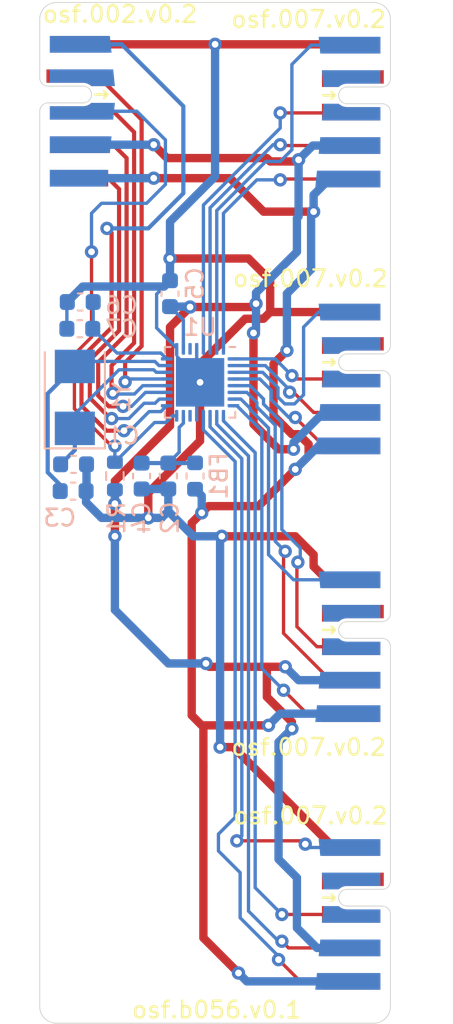
<source format=kicad_pcb>
(kicad_pcb (version 20211014) (generator pcbnew)
  (layers (0 "F.Cu" signal) (31 "B.Cu" signal) (34 "B.Paste" user) (35 "F.Paste" user) (36 "B.SilkS" user "B.Silkscreen") (37 "F.SilkS" user "F.Silkscreen") (38 "B.Mask" user) (39 "F.Mask" user) (44 "Edge.Cuts" user))
  (net 0 "")
  (net 1 "GND")
  (net 2 "Net-(C1-Pad2)")
  (net 3 "Net-(C3-Pad1)")
  (net 4 "Net-(C2-Pad1)")
  (net 5 "+5V")
  (net 6 "Net-(C6-Pad1)")
  (net 7 "/adc/SCLK")
  (net 8 "/adc/~{DRDY}")
  (net 9 "/adc/~{CS}")
  (net 11 "/adc/~{RESET}")
  (net 12 "/adc/SDO")
  (net 13 "+3V3")
  (net 14 "/adc/SDI")
  (net 15 "/adc/AIN_1P")
  (net 16 "/adc/AIN_1N")
  (net 17 "/adc/AIN_0N")
  (net 18 "/adc/AIN_0P")
  (net 20 "/adc/AIN_3P")
  (net 21 "/adc/AIN_3N")
  (net 22 "/adc/AIN_2N")
  (net 23 "/adc/AIN_2P")
  (net 25 "/adc/AIN_5P")
  (net 26 "/adc/AIN_5N")
  (net 27 "/adc/AIN_4N")
  (net 28 "/adc/AIN_4P")
  (net 30 "/adc/AIN_7P")
  (net 31 "/adc/AIN_7N")
  (net 32 "/adc/AIN_6N")
  (net 33 "/adc/AIN_6P")
  (footprint "on_edge:on_edge_2x05_host" (layer "F.Cu") (at 106 51.55 -90)
    (fp_text reference "J3")
    (fp_text value "007_ADC_2x5")
    (fp_line (start 0 0) (end 4 0) (layer "Edge.Cuts") (width 0.05))
    (fp_line (start -4 0) (end -2 0) (layer "Edge.Cuts") (width 0.05))
    (fp_line (start -0.5 2.6) (end -0.5 0.5) (layer "Edge.Cuts") (width 0.05))
    (fp_line (start -1.5 0.5) (end -1.5 2.6) (layer "Edge.Cuts") (width 0.05))
    (fp_arc (start -0.5 0.5) (mid -0.353553 0.146447) (end 0 0) (layer "Edge.Cuts") (width 0.05))
    (fp_arc (start -0.5 2.6) (mid -1 3.1) (end -1.5 2.6) (layer "Edge.Cuts") (width 0.05))
    (fp_arc (start -2 0) (mid -1.646447 0.146447) (end -1.5 0.5) (layer "Edge.Cuts") (width 0.05))
  )
  (footprint "on_edge:on_edge_2x05_host" (layer "F.Cu") (at 106 67.5 -90)
    (fp_text reference "J4")
    (fp_text value "007_ADC_2x5")
    (fp_line (start 0 0) (end 4 0) (layer "Edge.Cuts") (width 0.05))
    (fp_line (start -0.5 2.6) (end -0.5 0.5) (layer "Edge.Cuts") (width 0.05))
    (fp_line (start -4 0) (end -2 0) (layer "Edge.Cuts") (width 0.05))
    (fp_line (start -1.5 0.5) (end -1.5 2.6) (layer "Edge.Cuts") (width 0.05))
    (fp_arc (start -0.5 2.6) (mid -1 3.1) (end -1.5 2.6) (layer "Edge.Cuts") (width 0.05))
    (fp_arc (start -2 0) (mid -1.646447 0.146447) (end -1.5 0.5) (layer "Edge.Cuts") (width 0.05))
    (fp_arc (start -0.5 0.5) (mid -0.353553 0.146447) (end 0 0) (layer "Edge.Cuts") (width 0.05))
  )
  (footprint "on_edge:on_edge_2x05_host" (layer "F.Cu") (at 106 83.5 -90)
    (fp_text reference "J5")
    (fp_text value "007_ADC_2x5")
    (fp_line (start 0 0) (end 4 0) (layer "Edge.Cuts") (width 0.05))
    (fp_line (start -1.5 0.5) (end -1.5 2.6) (layer "Edge.Cuts") (width 0.05))
    (fp_line (start -4 0) (end -2 0) (layer "Edge.Cuts") (width 0.05))
    (fp_line (start -0.5 2.6) (end -0.5 0.5) (layer "Edge.Cuts") (width 0.05))
    (fp_arc (start -0.5 2.6) (mid -1 3.1) (end -1.5 2.6) (layer "Edge.Cuts") (width 0.05))
    (fp_arc (start -0.5 0.5) (mid -0.353553 0.146447) (end 0 0) (layer "Edge.Cuts") (width 0.05))
    (fp_arc (start -2 0) (mid -1.646447 0.146447) (end -1.5 0.5) (layer "Edge.Cuts") (width 0.05))
  )
  (footprint "on_edge:on_edge_2x05_host" (layer "F.Cu") (at 106 99.5 -90)
    (fp_text reference "J6")
    (fp_text value "007_ADC_2x5")
    (fp_line (start -4 0) (end -2 0) (layer "Edge.Cuts") (width 0.05))
    (fp_line (start 0 0) (end 4 0) (layer "Edge.Cuts") (width 0.05))
    (fp_line (start -1.5 0.5) (end -1.5 2.6) (layer "Edge.Cuts") (width 0.05))
    (fp_line (start -0.5 2.6) (end -0.5 0.5) (layer "Edge.Cuts") (width 0.05))
    (fp_arc (start -0.5 2.6) (mid -1 3.1) (end -1.5 2.6) (layer "Edge.Cuts") (width 0.05))
    (fp_arc (start -0.5 0.5) (mid -0.353553 0.146447) (end 0 0) (layer "Edge.Cuts") (width 0.05))
    (fp_arc (start -2 0) (mid -1.646447 0.146447) (end -1.5 0.5) (layer "Edge.Cuts") (width 0.05))
  )
  (footprint "on_edge:on_edge_2x05_device" (layer "F.Cu") (at 85 51.5 -90)
    (fp_text reference "J1")
    (fp_text value "002_SPI_2x5")
    (fp_line (start -0.5 -0.5) (end -0.5 -2.6) (layer "Edge.Cuts") (width 0.05))
    (fp_line (start 0 0) (end 4 0) (layer "Edge.Cuts") (width 0.05))
    (fp_line (start -1.5 -2.6) (end -1.5 -0.5) (layer "Edge.Cuts") (width 0.05))
    (fp_line (start -4 0) (end -2 0) (layer "Edge.Cuts") (width 0.05))
    (fp_arc (start -1.5 -2.6) (mid -1 -3.1) (end -0.5 -2.6) (layer "Edge.Cuts") (width 0.05))
    (fp_arc (start 0 0) (mid -0.353553 -0.146447) (end -0.5 -0.5) (layer "Edge.Cuts") (width 0.05))
    (fp_arc (start -1.5 -0.5) (mid -1.646447 -0.146447) (end -2 0) (layer "Edge.Cuts") (width 0.05))
  )
  (footprint "Capacitor_SMD:C_0603_1608Metric" (layer "B.Cu") (at 87 74.2)
    (fp_text reference "C3")
    (fp_text value "10pF")
  )
  (footprint "Inductor_SMD:L_0603_1608Metric" (layer "B.Cu") (at 94.3 73.3 90)
    (fp_text reference "FB1")
    (fp_text value "Ferrite_Bead_Small")
  )
  (footprint "Resistor_SMD:R_0603_1608Metric" (layer "B.Cu") (at 89.5 73.3 90)
    (fp_text reference "R1")
    (fp_text value "10k")
  )
  (footprint "Package_DFN_QFN:QFN-32-1EP_4x4mm_P0.4mm_EP2.9x2.9mm" (layer "B.Cu") (at 94.6 67.7 180)
    (fp_text reference "U1")
    (fp_text value "ADS131M08")
  )
  (footprint "Capacitor_SMD:C_0603_1608Metric" (layer "B.Cu") (at 87.425 62.9 180)
    (fp_text reference "C6")
    (fp_text value "1uF")
  )
  (footprint "Capacitor_SMD:C_0603_1608Metric" (layer "B.Cu") (at 91.1 73.3 -90)
    (fp_text reference "C4")
    (fp_text value "1uF")
  )
  (footprint "Capacitor_SMD:C_0603_1608Metric" (layer "B.Cu") (at 92.8 62.4 90)
    (fp_text reference "C5")
    (fp_text value "1uF")
  )
  (footprint "Capacitor_SMD:C_0603_1608Metric" (layer "B.Cu") (at 92.7 73.3 -90)
    (fp_text reference "C2")
    (fp_text value "1uF")
  )
  (footprint "Crystal:Crystal_SMD_5032-2Pin_5.0x3.2mm" (layer "B.Cu") (at 87.1 68.6 90)
    (fp_text reference "Y1")
    (fp_text value "8MhZ")
  )
  (footprint "Capacitor_SMD:C_0603_1608Metric" (layer "B.Cu") (at 87.025 72.6 180)
    (fp_text reference "C1")
    (fp_text value "10pF")
  )
  (footprint "Capacitor_SMD:C_0603_1608Metric" (layer "B.Cu") (at 87.4 64.5 180)
    (fp_text reference "C7")
    (fp_text value "10uF")
  )
  (gr_line (start 106 47.55) (end 106 46) (layer "Edge.Cuts") (width 0.05))
  (gr_line (start 85 47.5) (end 85 46) (layer "Edge.Cuts") (width 0.05))
  (gr_arc (start 85 46) (mid 85.292893 45.292893) (end 86 45) (layer "Edge.Cuts") (width 0.05))
  (gr_line (start 85 105) (end 85 55.5) (layer "Edge.Cuts") (width 0.05))
  (gr_line (start 106 105) (end 106 103.5) (layer "Edge.Cuts") (width 0.05))
  (gr_line (start 105 106) (end 86 106) (layer "Edge.Cuts") (width 0.05))
  (gr_line (start 106 79.5) (end 106 71.5) (layer "Edge.Cuts") (width 0.05))
  (gr_line (start 86 45) (end 105 45) (layer "Edge.Cuts") (width 0.05))
  (gr_arc (start 106 105) (mid 105.707107 105.707107) (end 105 106) (layer "Edge.Cuts") (width 0.05))
  (gr_line (start 106 63.5) (end 106 55.55) (layer "Edge.Cuts") (width 0.05))
  (gr_arc (start 105 45) (mid 105.707107 45.292893) (end 106 46) (layer "Edge.Cuts") (width 0.05))
  (gr_arc (start 86 106) (mid 85.292893 105.707107) (end 85 105) (layer "Edge.Cuts") (width 0.05))
  (gr_line (start 106 95.5) (end 106 87.5) (layer "Edge.Cuts") (width 0.05))
  (gr_text "osf.002.v0.2" (at 89.8 45.7) (layer "F.SilkS") (effects (font (size 1 1))))
  (gr_text "osf.007.v0.2" (at 101.2 61.5) (layer "F.SilkS") (effects (font (size 1 1))))
  (gr_text "osf.007.v0.2" (at 101.2 93.6) (layer "F.SilkS") (effects (font (size 1 1))))
  (gr_text "osf.007.v0.2" (at 101.1 46) (layer "F.SilkS") (effects (font (size 1 1))))
  (gr_text "osf.b056.v0.1" (at 95.6 105.2) (layer "F.SilkS") (effects (font (size 1 1))))
  (gr_text "osf.007.v0.2" (at 101.1 89.5) (layer "F.SilkS") (effects (font (size 1 1))))
  (segment (start 91.5 75.8) (end 91.5 74.3) (width 0.5) (layer "F.Cu") (net 1))
  (segment (start 101.4 78.7) (end 101.4 78) (width 0.5) (layer "F.Cu") (net 1))
  (segment (start 103.65 63.5) (end 98.8 63.5) (width 0.5) (layer "F.Cu") (net 1))
  (segment (start 103.6 47.5) (end 103.65 47.55) (width 0.5) (layer "F.Cu") (net 1))
  (segment (start 87.35 47.5) (end 95.5 47.5) (width 0.5) (layer "F.Cu") (net 1))
  (segment (start 101.5 94.4) (end 96.6 89.5) (width 0.5) (layer "F.Cu") (net 1))
  (segment (start 98.8 63.5) (end 98.8 61.6) (width 0.5) (layer "F.Cu") (net 1))
  (segment (start 102.2 79.5) (end 101.7 79) (width 0.5) (layer "F.Cu") (net 1))
  (segment (start 94.6 71.2) (end 94.6 67.7) (width 0.5) (layer "F.Cu") (net 1))
  (segment (start 103.65 95.5) (end 102.6 95.5) (width 0.5) (layer "F.Cu") (net 1))
  (segment (start 101.4 78) (end 100.3 76.9) (width 0.5) (layer "F.Cu") (net 1))
  (segment (start 98.8 63.5) (end 98.40048 63.89952) (width 0.5) (layer "F.Cu") (net 1))
  (segment (start 95.5 47.5) (end 103.6 47.5) (width 0.5) (layer "F.Cu") (net 1))
  (segment (start 97.30048 63.89952) (end 94.6 66.6) (width 0.5) (layer "F.Cu") (net 1))
  (segment (start 103.65 79.5) (end 102.2 79.5) (width 0.5) (layer "F.Cu") (net 1))
  (segment (start 94.6 66.6) (end 94.6 67.7) (width 0.5) (layer "F.Cu") (net 1))
  (segment (start 98.8 61.6) (end 97.5 60.3) (width 0.5) (layer "F.Cu") (net 1))
  (segment (start 102.6 95.5) (end 101.5 94.4) (width 0.5) (layer "F.Cu") (net 1))
  (segment (start 101.7 79) (end 101.4 78.7) (width 0.5) (layer "F.Cu") (net 1))
  (segment (start 96.6 89.5) (end 95.8 89.5) (width 0.5) (layer "F.Cu") (net 1))
  (segment (start 91.5 74.3) (end 94.6 71.2) (width 0.5) (layer "F.Cu") (net 1))
  (segment (start 97.5 60.3) (end 92.8 60.3) (width 0.5) (layer "F.Cu") (net 1))
  (segment (start 98.40048 63.89952) (end 97.30048 63.89952) (width 0.5) (layer "F.Cu") (net 1))
  (segment (start 100.3 76.9) (end 95.9 76.9) (width 0.5) (layer "F.Cu") (net 1))
  (via (at 95.9 76.9) (size 0.8) (drill 0.4) (layers "F.Cu" "B.Cu") (net 1))
  (via (at 95.5 47.5) (size 0.8) (drill 0.4) (layers "F.Cu" "B.Cu") (net 1))
  (via (at 92.8 60.3) (size 0.8) (drill 0.4) (layers "F.Cu" "B.Cu") (net 1))
  (via (at 91.5 75.8) (size 0.8) (drill 0.4) (layers "F.Cu" "B.Cu") (net 1))
  (via (at 94.6 67.7) (size 0.8) (drill 0.4) (layers "F.Cu" "B.Cu") (net 1))
  (via (at 95.8 89.5) (size 0.8) (drill 0.4) (layers "F.Cu" "B.Cu") (net 1))
  (segment (start 95.5 55.4) (end 95.5 47.5) (width 0.5) (layer "B.Cu") (net 1))
  (segment (start 94.35 67.95) (end 94.6 67.7) (width 0.2) (layer "B.Cu") (net 1))
  (segment (start 94.2 76.9) (end 92.7 75.4) (width 0.5) (layer "B.Cu") (net 1))
  (segment (start 92 62.425) (end 92 64.45) (width 0.2) (layer "B.Cu") (net 1))
  (segment (start 92.44952 61.97548) (end 87.57452 61.97548) (width 0.5) (layer "B.Cu") (net 1))
  (segment (start 94.4 67.9) (end 94.6 67.7) (width 0.2) (layer "B.Cu") (net 1))
  (segment (start 94.6 67.544295) (end 93.24952 66.193815) (width 0.2) (layer "B.Cu") (net 1))
  (segment (start 93.2 65.7) (end 93.20048 65.70048) (width 0.2) (layer "B.Cu") (net 1))
  (segment (start 94.4 67.5) (end 94.6 67.7) (width 0.2) (layer "B.Cu") (net 1))
  (segment (start 91.1 74.075) (end 92.7 74.075) (width 0.5) (layer "B.Cu") (net 1))
  (segment (start 92.8 58.1) (end 95.5 55.4) (width 0.5) (layer "B.Cu") (net 1))
  (segment (start 95.8 89.5) (end 95.8 77) (width 0.5) (layer "B.Cu") (net 1))
  (segment (start 93.2 65.65) (end 93.2 65.7) (width 0.2) (layer "B.Cu") (net 1))
  (segment (start 86.625 62.925) (end 86.65 62.9) (width 0.2) (layer "B.Cu") (net 1))
  (segment (start 92.8 61.625) (end 92 62.425) (width 0.2) (layer "B.Cu") (net 1))
  (segment (start 92.8 61.625) (end 92.8 60.3) (width 0.5) (layer "B.Cu") (net 1))
  (segment (start 92 64.45) (end 93.2 65.65) (width 0.2) (layer "B.Cu") (net 1))
  (segment (start 87.57452 61.97548) (end 86.65 62.9) (width 0.5) (layer "B.Cu") (net 1))
  (segment (start 93.20048 65.70048) (end 93.20048 66.07) (width 0.2) (layer "B.Cu") (net 1))
  (segment (start 88.7 75.8) (end 92.3 75.8) (width 0.5) (layer "B.Cu") (net 1))
  (segment (start 94.4 65.7) (end 94.4 67.5) (width 0.2) (layer "B.Cu") (net 1))
  (segment (start 87.8 72.6) (end 87.8 74.175) (width 0.5) (layer "B.Cu") (net 1))
  (segment (start 92.8 60.3) (end 92.8 58.1) (width 0.5) (layer "B.Cu") (net 1))
  (segment (start 95.9 76.9) (end 94.2 76.9) (width 0.5) (layer "B.Cu") (net 1))
  (segment (start 87.775 74.2) (end 87.775 74.875) (width 0.5) (layer "B.Cu") (net 1))
  (segment (start 95.8 77) (end 95.9 76.9) (width 0.5) (layer "B.Cu") (net 1))
  (segment (start 94.4 69.7) (end 94.4 67.9) (width 0.2) (layer "B.Cu") (net 1))
  (segment (start 92.3 75.8) (end 92.7 75.4) (width 0.5) (layer "B.Cu") (net 1))
  (segment (start 92.7 75.4) (end 92.7 74.075) (width 0.5) (layer "B.Cu") (net 1))
  (segment (start 94.35 67.45) (end 94.6 67.7) (width 0.2) (layer "B.Cu") (net 1))
  (segment (start 87.775 74.875) (end 88.7 75.8) (width 0.5) (layer "B.Cu") (net 1))
  (segment (start 87.8 74.175) (end 87.775 74.2) (width 0.5) (layer "B.Cu") (net 1))
  (segment (start 86.625 64.5) (end 86.625 62.925) (width 0.2) (layer "B.Cu") (net 1))
  (segment (start 94.6 67.7) (end 94.6 67.544295) (width 0.2) (layer "B.Cu") (net 1))
  (segment (start 92.8 61.625) (end 92.44952 61.97548) (width 0.5) (layer "B.Cu") (net 1))
  (segment (start 87.1 69.599022) (end 89.749022 66.95) (width 0.2) (layer "B.Cu") (net 2))
  (segment (start 91.825483 66.95) (end 91.975483 67.1) (width 0.2) (layer "B.Cu") (net 2))
  (segment (start 91.975483 67.1) (end 92.6 67.1) (width 0.2) (layer "B.Cu") (net 2))
  (segment (start 86.25 72.6) (end 87.1 71.75) (width 0.25) (layer "B.Cu") (net 2))
  (segment (start 89.749022 66.95) (end 91.825483 66.95) (width 0.2) (layer "B.Cu") (net 2))
  (segment (start 87.1 70.45) (end 87.1 69.599022) (width 0.2) (layer "B.Cu") (net 2))
  (segment (start 87.1 71.75) (end 87.1 70.45) (width 0.25) (layer "B.Cu") (net 2))
  (segment (start 87.1 66.75) (end 87.4 66.45) (width 0.2) (layer "B.Cu") (net 3))
  (segment (start 86.225 74.2) (end 86.225 73.827138) (width 0.25) (layer "B.Cu") (net 3))
  (segment (start 92.140489 66.7) (end 92.6 66.7) (width 0.2) (layer "B.Cu") (net 3))
  (segment (start 91.890489 66.45) (end 92.140489 66.7) (width 0.2) (layer "B.Cu") (net 3))
  (segment (start 86.225 73.827138) (end 85.47548 73.077618) (width 0.25) (layer "B.Cu") (net 3))
  (segment (start 87.4 66.45) (end 91.890489 66.45) (width 0.2) (layer "B.Cu") (net 3))
  (segment (start 85.47548 68.37452) (end 87.1 66.75) (width 0.25) (layer "B.Cu") (net 3))
  (segment (start 85.47548 73.077618) (end 85.47548 68.37452) (width 0.25) (layer "B.Cu") (net 3))
  (segment (start 93.6 70.144295) (end 93.6 69.7) (width 0.2) (layer "B.Cu") (net 4))
  (segment (start 93.35 70.394295) (end 93.6 70.144295) (width 0.2) (layer "B.Cu") (net 4))
  (segment (start 93.35 71.875) (end 93.35 70.394295) (width 0.2) (layer "B.Cu") (net 4))
  (segment (start 94.2875 72.525) (end 94.3 72.5125) (width 0.25) (layer "B.Cu") (net 4))
  (segment (start 92.7 72.525) (end 93.35 71.875) (width 0.2) (layer "B.Cu") (net 4))
  (segment (start 91.1 72.525) (end 92.7 72.525) (width 0.25) (layer "B.Cu") (net 4))
  (segment (start 92.7 72.525) (end 94.2875 72.525) (width 0.25) (layer "B.Cu") (net 4))
  (segment (start 101.1 72.1) (end 101.1 71.4) (width 0.5) (layer "F.Cu") (net 5))
  (segment (start 98.4 57.5) (end 101.4 57.5) (width 0.5) (layer "F.Cu") (net 5))
  (segment (start 100.5 70.8) (end 100.098609 70.8) (width 0.5) (layer "F.Cu") (net 5))
  (segment (start 99 69.701391) (end 99 66.6) (width 0.5) (layer "F.Cu") (net 5))
  (segment (start 101.1 71.4) (end 100.5 70.8) (width 0.5) (layer "F.Cu") (net 5))
  (segment (start 94.8 88.3) (end 94.1 87.6) (width 0.5) (layer "F.Cu") (net 5))
  (segment (start 94.8 100.9) (end 94.8 90.7) (width 0.5) (layer "F.Cu") (net 5))
  (segment (start 98.7 88.2) (end 94.9 88.2) (width 0.5) (layer "F.Cu") (net 5))
  (segment (start 98.1 75.1) (end 95.1 75.1) (width 0.5) (layer "F.Cu") (net 5))
  (segment (start 100.3 72.9) (end 101.1 72.1) (width 0.5) (layer "F.Cu") (net 5))
  (segment (start 94.8 90.7) (end 94.8 88.3) (width 0.5) (layer "F.Cu") (net 5))
  (segment (start 99 66.6) (end 99.8 65.8) (width 0.5) (layer "F.Cu") (net 5))
  (segment (start 94.1 87.6) (end 94.1 76.1) (width 0.5) (layer "F.Cu") (net 5))
  (segment (start 100.098609 70.8) (end 99 69.701391) (width 0.5) (layer "F.Cu") (net 5))
  (segment (start 91.8245 55.5) (end 96.4 55.5) (width 0.5) (layer "F.Cu") (net 5))
  (segment (start 96.9 103) (end 94.8 100.9) (width 0.5) (layer "F.Cu") (net 5))
  (segment (start 94.9 88.2) (end 94.8 88.3) (width 0.5) (layer "F.Cu") (net 5))
  (segment (start 95.1 75.1) (end 94.7 75.5) (width 0.5) (layer "F.Cu") (net 5))
  (segment (start 94.1 76.1) (end 94.7 75.5) (width 0.5) (layer "F.Cu") (net 5))
  (segment (start 96.4 55.5) (end 98.4 57.5) (width 0.5) (layer "F.Cu") (net 5))
  (segment (start 100.3 72.9) (end 98.1 75.1) (width 0.5) (layer "F.Cu") (net 5))
  (via (at 91.8245 55.5) (size 0.8) (drill 0.4) (layers "F.Cu" "B.Cu") (net 5))
  (via (at 100.3 72.9) (size 0.8) (drill 0.4) (layers "F.Cu" "B.Cu") (net 5))
  (via (at 101.4 57.5) (size 0.8) (drill 0.4) (layers "F.Cu" "B.Cu") (net 5))
  (via (at 98.7 88.2) (size 0.8) (drill 0.4) (layers "F.Cu" "B.Cu") (net 5))
  (via (at 94.7 75.5) (size 0.8) (drill 0.4) (layers "F.Cu" "B.Cu") (net 5))
  (via (at 96.9 103) (size 0.8) (drill 0.4) (layers "F.Cu" "B.Cu") (net 5))
  (via (at 99.8 65.8) (size 0.8) (drill 0.4) (layers "F.Cu" "B.Cu") (net 5))
  (segment (start 87.3 55.5) (end 91.8245 55.5) (width 0.5) (layer "B.Cu") (net 5))
  (segment (start 101.25048 60.94952) (end 99.9 62.3) (width 0.5) (layer "B.Cu") (net 5))
  (segment (start 97.4 103.5) (end 96.9 103) (width 0.5) (layer "B.Cu") (net 5))
  (segment (start 102.35 55.55) (end 103.5 55.55) (width 0.5) (layer "B.Cu") (net 5))
  (segment (start 99.8 62.4) (end 99.8 65.8) (width 0.5) (layer "B.Cu") (net 5))
  (segment (start 94.7 74.4875) (end 94.3 74.0875) (width 0.5) (layer "B.Cu") (net 5))
  (segment (start 101.4 57.5) (end 101.25048 57.64952) (width 0.5) (layer "B.Cu") (net 5))
  (segment (start 101.25048 57.64952) (end 101.25048 60.94952) (width 0.5) (layer "B.Cu") (net 5))
  (segment (start 103.5 87.5) (end 99.4 87.5) (width 0.5) (layer "B.Cu") (net 5))
  (segment (start 99.9 62.3) (end 99.8 62.4) (width 0.5) (layer "B.Cu") (net 5))
  (segment (start 100.3 72.9) (end 101.7 71.5) (width 0.5) (layer "B.Cu") (net 5))
  (segment (start 101.4 57.5) (end 101.4 56.5) (width 0.5) (layer "B.Cu") (net 5))
  (segment (start 103.5 103.5) (end 97.4 103.5) (width 0.5) (layer "B.Cu") (net 5))
  (segment (start 99.4 87.5) (end 98.7 88.2) (width 0.5) (layer "B.Cu") (net 5))
  (segment (start 94.7 75.5) (end 94.7 74.4875) (width 0.5) (layer "B.Cu") (net 5))
  (segment (start 101.4 56.5) (end 102.35 55.55) (width 0.5) (layer "B.Cu") (net 5))
  (segment (start 101.7 71.5) (end 103.5 71.5) (width 0.5) (layer "B.Cu") (net 5))
  (segment (start 88.175 64.5) (end 89.625 65.95) (width 0.2) (layer "B.Cu") (net 6))
  (segment (start 92.25 65.95) (end 92.6 66.3) (width 0.2) (layer "B.Cu") (net 6))
  (segment (start 88.2 62.9) (end 88.2 64.475) (width 0.2) (layer "B.Cu") (net 6))
  (segment (start 89.625 65.95) (end 92.25 65.95) (width 0.2) (layer "B.Cu") (net 6))
  (segment (start 88.2 64.475) (end 88.175 64.5) (width 0.2) (layer "B.Cu") (net 6))
  (segment (start 89.136469 69.136469) (end 88.5 68.5) (width 0.25) (layer "F.Cu") (net 7))
  (segment (start 90.2 64.8) (end 90.2 54.3) (width 0.25) (layer "F.Cu") (net 7))
  (segment (start 88.5 68.5) (end 88.5 66.5) (width 0.25) (layer "F.Cu") (net 7))
  (segment (start 88.5 66.5) (end 90.2 64.8) (width 0.25) (layer "F.Cu") (net 7))
  (segment (start 90.2 54.3) (end 89.4 53.5) (width 0.25) (layer "F.Cu") (net 7))
  (segment (start 89.4 53.5) (end 87.35 53.5) (width 0.25) (layer "F.Cu") (net 7))
  (segment (start 89.990226 69.136469) (end 89.136469 69.136469) (width 0.25) (layer "F.Cu") (net 7))
  (via (at 89.990226 69.136469) (size 0.8) (drill 0.4) (layers "F.Cu" "B.Cu") (net 7))
  (segment (start 90.498537 69.136469) (end 89.990226 69.136469) (width 0.2) (layer "B.Cu") (net 7))
  (segment (start 91.335006 68.3) (end 90.498537 69.136469) (width 0.2) (layer "B.Cu") (net 7))
  (segment (start 92.6 68.3) (end 91.335006 68.3) (width 0.2) (layer "B.Cu") (net 7))
  (segment (start 89.1 55.5) (end 87.35 55.5) (width 0.25) (layer "F.Cu") (net 8))
  (segment (start 89.75048 64.613802) (end 89.75048 56.15048) (width 0.25) (layer "F.Cu") (net 8))
  (segment (start 89.75048 56.15048) (end 89.1 55.5) (width 0.25) (layer "F.Cu") (net 8))
  (segment (start 89.306885 69.865887) (end 89.230169 69.865887) (width 0.25) (layer "F.Cu") (net 8))
  (segment (start 88 66.364282) (end 89.75048 64.613802) (width 0.25) (layer "F.Cu") (net 8))
  (segment (start 89.230169 69.865887) (end 88 68.635718) (width 0.25) (layer "F.Cu") (net 8))
  (segment (start 88 68.635718) (end 88 66.364282) (width 0.25) (layer "F.Cu") (net 8))
  (via (at 89.306885 69.865887) (size 0.8) (drill 0.4) (layers "F.Cu" "B.Cu") (net 8))
  (segment (start 90.334113 69.865887) (end 89.306885 69.865887) (width 0.2) (layer "B.Cu") (net 8))
  (segment (start 92.6 68.7) (end 92.155705 68.7) (width 0.2) (layer "B.Cu") (net 8))
  (segment (start 91.905705 68.95) (end 91.25 68.95) (width 0.2) (layer "B.Cu") (net 8))
  (segment (start 91.25 68.95) (end 90.334113 69.865887) (width 0.2) (layer "B.Cu") (net 8))
  (segment (start 92.155705 68.7) (end 91.905705 68.95) (width 0.2) (layer "B.Cu") (net 8))
  (segment (start 89.02598 58.5) (end 89.30096 58.77498) (width 0.25) (layer "F.Cu") (net 9))
  (segment (start 89.30096 58.77498) (end 89.30096 64.427604) (width 0.25) (layer "F.Cu") (net 9))
  (segment (start 87.5 66.228564) (end 87.5 69.1) (width 0.25) (layer "F.Cu") (net 9))
  (segment (start 87.5 69.1) (end 88.990387 70.590387) (width 0.25) (layer "F.Cu") (net 9))
  (segment (start 88.990387 70.590387) (end 90.044331 70.590387) (width 0.25) (layer "F.Cu") (net 9))
  (segment (start 89.30096 64.427604) (end 87.5 66.228564) (width 0.25) (layer "F.Cu") (net 9))
  (via (at 90.044331 70.590387) (size 0.8) (drill 0.4) (layers "F.Cu" "B.Cu") (net 9))
  (via (at 89.02598 58.5) (size 0.8) (drill 0.4) (layers "F.Cu" "B.Cu") (net 9))
  (segment (start 90.409613 70.590387) (end 91.55 69.45) (width 0.2) (layer "B.Cu") (net 9))
  (segment (start 90.044331 70.590387) (end 90.409613 70.590387) (width 0.2) (layer "B.Cu") (net 9))
  (segment (start 92.25 69.45) (end 92.6 69.1) (width 0.2) (layer "B.Cu") (net 9))
  (segment (start 93.6 51.2) (end 89.9 47.5) (width 0.25) (layer "B.Cu") (net 9))
  (segment (start 93.6 56.4) (end 93.6 51.2) (width 0.25) (layer "B.Cu") (net 9))
  (segment (start 91.55 69.45) (end 92.25 69.45) (width 0.2) (layer "B.Cu") (net 9))
  (segment (start 89.02598 58.5) (end 91.5 58.5) (width 0.25) (layer "B.Cu") (net 9))
  (segment (start 91.5 58.5) (end 93.6 56.4) (width 0.25) (layer "B.Cu") (net 9))
  (segment (start 89.9 47.5) (end 87.4 47.5) (width 0.25) (layer "B.Cu") (net 9))
  (segment (start 87.07548 69.275842) (end 89.299638 71.5) (width 0.2) (layer "F.Cu") (net 11))
  (segment (start 87.07548 66.02452) (end 87.07548 69.275842) (width 0.2) (layer "F.Cu") (net 11))
  (segment (start 88.1 59.9) (end 88.1 65) (width 0.2) (layer "F.Cu") (net 11))
  (segment (start 89.299638 71.5) (end 89.5 71.5) (width 0.2) (layer "F.Cu") (net 11))
  (segment (start 88.1 65) (end 87.07548 66.02452) (width 0.2) (layer "F.Cu") (net 11))
  (via (at 89.5 71.5) (size 0.8) (drill 0.4) (layers "F.Cu" "B.Cu") (net 11))
  (via (at 88.1 59.9) (size 0.8) (drill 0.4) (layers "F.Cu" "B.Cu") (net 11))
  (segment (start 90.813759 51.5) (end 92.524011 53.210252) (width 0.2) (layer "B.Cu") (net 11))
  (segment (start 88.1 59.2) (end 88.1 59.9) (width 0.2) (layer "B.Cu") (net 11))
  (segment (start 91.875 70.1) (end 89.5 72.475) (width 0.2) (layer "B.Cu") (net 11))
  (segment (start 88.7 57) (end 88.1 57.6) (width 0.2) (layer "B.Cu") (net 11))
  (segment (start 92.524011 55.875989) (end 91.4 57) (width 0.2) (layer "B.Cu") (net 11))
  (segment (start 92.524011 53.210252) (end 92.524011 55.875989) (width 0.2) (layer "B.Cu") (net 11))
  (segment (start 92.94 69.7) (end 93.2 69.7) (width 0.2) (layer "B.Cu") (net 11))
  (segment (start 87.1 51.5) (end 90.813759 51.5) (width 0.2) (layer "B.Cu") (net 11))
  (segment (start 91.4 57) (end 88.7 57) (width 0.2) (layer "B.Cu") (net 11))
  (segment (start 88.1 57.6) (end 88.1 59.2) (width 0.2) (layer "B.Cu") (net 11))
  (segment (start 92.54 70.1) (end 91.875 70.1) (width 0.2) (layer "B.Cu") (net 11))
  (segment (start 92.54 70.1) (end 92.94 69.7) (width 0.2) (layer "B.Cu") (net 11))
  (segment (start 89.5 71.5) (end 89.5 72.475) (width 0.2) (layer "B.Cu") (net 11))
  (segment (start 89.3 66.7) (end 90.65048 65.34952) (width 0.25) (layer "F.Cu") (net 12))
  (segment (start 89.374407 68.349213) (end 89.3 68.274806) (width 0.25) (layer "F.Cu") (net 12))
  (segment (start 89.4 51.5) (end 88.6 51.5) (width 0.25) (layer "F.Cu") (net 12))
  (segment (start 90.65048 65.34952) (end 90.65048 52.75048) (width 0.25) (layer "F.Cu") (net 12))
  (segment (start 89.3 68.274806) (end 89.3 66.7) (width 0.25) (layer "F.Cu") (net 12))
  (segment (start 90.65048 52.75048) (end 89.4 51.5) (width 0.25) (layer "F.Cu") (net 12))
  (via (at 89.374407 68.349213) (size 0.8) (drill 0.4) (layers "F.Cu" "B.Cu") (net 12))
  (segment (start 91.17 67.9) (end 92.6 67.9) (width 0.2) (layer "B.Cu") (net 12))
  (segment (start 89.424205 68.399011) (end 90.670989 68.399011) (width 0.2) (layer "B.Cu") (net 12))
  (segment (start 90.670989 68.399011) (end 91.17 67.9) (width 0.2) (layer "B.Cu") (net 12))
  (segment (start 89.374407 68.349213) (end 89.424205 68.399011) (width 0.2) (layer "B.Cu") (net 12))
  (segment (start 92.6245 54.3) (end 98.6 54.3) (width 0.5) (layer "F.Cu") (net 13))
  (segment (start 89.5 74.9505) (end 89.5 73.6) (width 0.5) (layer "F.Cu") (net 13))
  (segment (start 94 63.2) (end 97.749812 63.2) (width 0.5) (layer "F.Cu") (net 13))
  (segment (start 97.8 70.2) (end 97.8 64.749708) (width 0.5) (layer "F.Cu") (net 13))
  (segment (start 100.1 88) (end 98.6 86.5) (width 0.5) (layer "F.Cu") (net 13))
  (segment (start 92.8 64.4) (end 94 63.2) (width 0.5) (layer "F.Cu") (net 13))
  (segment (start 92.8 70.3) (end 92.8 64.4) (width 0.5) (layer "F.Cu") (net 13))
  (segment (start 89.5 74.9505) (end 89.5 76.9) (width 0.5) (layer "F.Cu") (net 13))
  (segment (start 100.19806 71.7) (end 99.3 71.7) (width 0.5) (layer "F.Cu") (net 13))
  (segment (start 98.6 86.5) (end 98.6 84.7) (width 0.5) (layer "F.Cu") (net 13))
  (segment (start 100.4 54.5) (end 100.5 54.4) (width 0.5) (layer "F.Cu") (net 13))
  (segment (start 94.9495 84.5) (end 95.1495 84.7) (width 0.5) (layer "F.Cu") (net 13))
  (segment (start 97.8 64.749708) (end 97.800688 64.74902) (width 0.5) (layer "F.Cu") (net 13))
  (segment (start 91.8245 53.5) (end 92.6245 54.3) (width 0.5) (layer "F.Cu") (net 13))
  (segment (start 98.8 54.5) (end 100.4 54.5) (width 0.5) (layer "F.Cu") (net 13))
  (segment (start 98.6 54.3) (end 98.8 54.5) (width 0.5) (layer "F.Cu") (net 13))
  (segment (start 97.749812 63.2) (end 97.9505 62.999312) (width 0.5) (layer "F.Cu") (net 13))
  (segment (start 89.5 73.6) (end 92.8 70.3) (width 0.5) (layer "F.Cu") (net 13))
  (segment (start 99.3 71.7) (end 97.8 70.2) (width 0.5) (layer "F.Cu") (net 13))
  (segment (start 99.7 84.7) (end 98.6 84.7) (width 0.5) (layer "F.Cu") (net 13))
  (segment (start 95.1495 84.7) (end 98.6 84.7) (width 0.5) (layer "F.Cu") (net 13))
  (segment (start 100.1 88.4) (end 100.1 88) (width 0.5) (layer "F.Cu") (net 13))
  (via (at 100.1 88.4) (size 0.8) (drill 0.4) (layers "F.Cu" "B.Cu") (net 13))
  (via (at 100.5 54.4) (size 0.8) (drill 0.4) (layers "F.Cu" "B.Cu") (net 13))
  (via (at 99.7 84.7) (size 0.8) (drill 0.4) (layers "F.Cu" "B.Cu") (net 13))
  (via (at 89.5 76.9) (size 0.8) (drill 0.4) (layers "F.Cu" "B.Cu") (net 13))
  (via (at 97.800688 64.74902) (size 0.8) (drill 0.4) (layers "F.Cu" "B.Cu") (net 13))
  (via (at 97.9505 62.999312) (size 0.8) (drill 0.4) (layers "F.Cu" "B.Cu") (net 13))
  (via (at 89.5 74.9505) (size 0.8) (drill 0.4) (layers "F.Cu" "B.Cu") (net 13))
  (via (at 94.9495 84.5) (size 0.8) (drill 0.4) (layers "F.Cu" "B.Cu") (net 13))
  (via (at 94 63.2) (size 0.8) (drill 0.4) (layers "F.Cu" "B.Cu") (net 13))
  (via (at 100.19806 71.7) (size 0.8) (drill 0.4) (layers "F.Cu" "B.Cu") (net 13))
  (via (at 91.8245 53.5) (size 0.8) (drill 0.4) (layers "F.Cu" "B.Cu") (net 13))
  (segment (start 100.4 59.9) (end 100.4 57.885718) (width 0.5) (layer "B.Cu") (net 13))
  (segment (start 102 69.5) (end 103.6 69.5) (width 0.5) (layer "B.Cu") (net 13))
  (segment (start 92.7 84.5) (end 89.5 81.3) (width 0.5) (layer "B.Cu") (net 13))
  (segment (start 93.6 65.7) (end 93.6 63.975) (width 0.2) (layer "B.Cu") (net 13))
  (segment (start 100.19806 71.30194) (end 102 69.5) (width 0.5) (layer "B.Cu") (net 13))
  (segment (start 103.6 85.5) (end 100.5 85.5) (width 0.5) (layer "B.Cu") (net 13))
  (segment (start 89.5 74.9505) (end 89.5 74.125) (width 0.5) (layer "B.Cu") (net 13))
  (segment (start 100.4 57.885718) (end 100.5 57.785718) (width 0.5) (layer "B.Cu") (net 13))
  (segment (start 97.9505 62.999312) (end 97.9505 62.3495) (width 0.5) (layer "B.Cu") (net 13))
  (segment (start 100.4 97.3) (end 99.3 96.2) (width 0.5) (layer "B.Cu") (net 13))
  (segment (start 101.6 101.5) (end 101.1 101) (width 0.5) (layer "B.Cu") (net 13))
  (segment (start 100.19806 71.7) (end 100.19806 71.30194) (width 0.5) (layer "B.Cu") (net 13))
  (segment (start 91.8245 53.5) (end 87.4 53.5) (width 0.5) (layer "B.Cu") (net 13))
  (segment (start 99.3 94.3) (end 99.3 89.2) (width 0.5) (layer "B.Cu") (net 13))
  (segment (start 97.9505 64.599208) (end 97.9505 62.999312) (width 0.5) (layer "B.Cu") (net 13))
  (segment (start 92.8 63.175) (end 93.975 63.175) (width 0.5) (layer "B.Cu") (net 13))
  (segment (start 93.6 63.975) (end 92.8 63.175) (width 0.2) (layer "B.Cu") (net 13))
  (segment (start 100.4 100.3) (end 100.4 97.3) (width 0.5) (layer "B.Cu") (net 13))
  (segment (start 100.5 54.4) (end 101.35 53.55) (width 0.5) (layer "B.Cu") (net 13))
  (segment (start 99.3 96.2) (end 99.3 94.3) (width 0.5) (layer "B.Cu") (net 13))
  (segment (start 94.9495 84.5) (end 92.7 84.5) (width 0.5) (layer "B.Cu") (net 13))
  (segment (start 101.35 53.55) (end 103.6 53.55) (width 0.5) (layer "B.Cu") (net 13))
  (segment (start 89.5 81.3) (end 89.5 76.9) (width 0.5) (layer "B.Cu") (net 13))
  (segment (start 97.800688 64.74902) (end 97.9505 64.599208) (width 0.5) (layer "B.Cu") (net 13))
  (segment (start 97.9505 62.3495) (end 100.4 59.9) (width 0.5) (layer "B.Cu") (net 13))
  (segment (start 100.5 57.785718) (end 100.5 54.4) (width 0.5) (layer "B.Cu") (net 13))
  (segment (start 103.6 101.5) (end 101.6 101.5) (width 0.5) (layer "B.Cu") (net 13))
  (segment (start 100.5 85.5) (end 99.7 84.7) (width 0.5) (layer "B.Cu") (net 13))
  (segment (start 101.1 101) (end 100.4 100.3) (width 0.5) (layer "B.Cu") (net 13))
  (segment (start 93.975 63.175) (end 94 63.2) (width 0.5) (layer "B.Cu") (net 13))
  (segment (start 99.3 89.2) (end 100.1 88.4) (width 0.5) (layer "B.Cu") (net 13))
  (segment (start 90.11181 66.523907) (end 91.1 65.535717) (width 0.25) (layer "F.Cu") (net 14))
  (segment (start 91.1 52) (end 88.6 49.5) (width 0.25) (layer "F.Cu") (net 14))
  (segment (start 91.1 65.535717) (end 91.1 52) (width 0.25) (layer "F.Cu") (net 14))
  (segment (start 90.11181 67.6745) (end 90.11181 66.523907) (width 0.25) (layer "F.Cu") (net 14))
  (via (at 90.11181 67.6745) (size 0.8) (drill 0.4) (layers "F.Cu" "B.Cu") (net 14))
  (segment (start 90.28631 67.5) (end 90.11181 67.6745) (width 0.2) (layer "B.Cu") (net 14))
  (segment (start 92.6 67.5) (end 90.28631 67.5) (width 0.2) (layer "B.Cu") (net 14))
  (segment (start 99.45 55.55) (end 103.65 55.55) (width 0.2) (layer "F.Cu") (net 15))
  (segment (start 99.4 55.6) (end 99.45 55.55) (width 0.2) (layer "F.Cu") (net 15))
  (via (at 99.4 55.6) (size 0.8) (drill 0.4) (layers "F.Cu" "B.Cu") (net 15))
  (segment (start 96 65.7) (end 96 57.6) (width 0.2) (layer "B.Cu") (net 15))
  (segment (start 96 57.6) (end 98 55.6) (width 0.2) (layer "B.Cu") (net 15))
  (segment (start 98 55.6) (end 99.4 55.6) (width 0.2) (layer "B.Cu") (net 15))
  (segment (start 101.25 47.55) (end 103.6 47.55) (width 0.2) (layer "B.Cu") (net 16))
  (segment (start 95.6 65.7) (end 95.6 57.434994) (width 0.2) (layer "B.Cu") (net 16))
  (segment (start 100.1 48.7) (end 101.25 47.55) (width 0.2) (layer "B.Cu") (net 16))
  (segment (start 98.534994 54.5) (end 99.4 54.5) (width 0.2) (layer "B.Cu") (net 16))
  (segment (start 99.4 54.5) (end 100.1 53.8) (width 0.2) (layer "B.Cu") (net 16))
  (segment (start 100.1 53.8) (end 100.1 48.7) (width 0.2) (layer "B.Cu") (net 16))
  (segment (start 95.6 57.434994) (end 98.534994 54.5) (width 0.2) (layer "B.Cu") (net 16))
  (segment (start 99.4 53.5) (end 99.45 53.55) (width 0.2) (layer "F.Cu") (net 17))
  (segment (start 99.45 53.55) (end 103.65 53.55) (width 0.2) (layer "F.Cu") (net 17))
  (via (at 99.4 53.5) (size 0.8) (drill 0.4) (layers "F.Cu" "B.Cu") (net 17))
  (segment (start 98.969988 53.5) (end 99.4 53.5) (width 0.2) (layer "B.Cu") (net 17))
  (segment (start 95.2 65.7) (end 95.2 57.269988) (width 0.2) (layer "B.Cu") (net 17))
  (segment (start 95.2 57.269988) (end 98.969988 53.5) (width 0.2) (layer "B.Cu") (net 17))
  (segment (start 102.35 51.6) (end 102.4 51.55) (width 0.2) (layer "F.Cu") (net 18))
  (segment (start 99.4 51.6) (end 102.35 51.6) (width 0.2) (layer "F.Cu") (net 18))
  (via (at 99.4 51.6) (size 0.8) (drill 0.4) (layers "F.Cu" "B.Cu") (net 18))
  (segment (start 99.4 52.504982) (end 99.4 51.6) (width 0.2) (layer "B.Cu") (net 18))
  (segment (start 94.8 57.104982) (end 99.4 52.504982) (width 0.2) (layer "B.Cu") (net 18))
  (segment (start 94.8 65.7) (end 94.8 57.104982) (width 0.2) (layer "B.Cu") (net 18))
  (segment (start 102 71.5) (end 103.65 71.5) (width 0.2) (layer "F.Cu") (net 20))
  (segment (start 100.3 69.8) (end 102 71.5) (width 0.2) (layer "F.Cu") (net 20))
  (via (at 100.3 69.8) (size 0.8) (drill 0.4) (layers "F.Cu" "B.Cu") (net 20))
  (segment (start 99.920111 69.8) (end 100.3 69.8) (width 0.2) (layer "B.Cu") (net 20))
  (segment (start 98.180729 67.5) (end 98.865644 68.184915) (width 0.2) (layer "B.Cu") (net 20))
  (segment (start 98.865644 68.184915) (end 98.865644 68.745533) (width 0.2) (layer "B.Cu") (net 20))
  (segment (start 98.865644 68.745533) (end 99.920111 69.8) (width 0.2) (layer "B.Cu") (net 20))
  (segment (start 96.6 67.5) (end 98.180729 67.5) (width 0.2) (layer "B.Cu") (net 20))
  (segment (start 99.265164 68.580047) (end 99.265164 68.019429) (width 0.2) (layer "B.Cu") (net 21))
  (segment (start 101.7 63.5) (end 100.8 64.4) (width 0.2) (layer "B.Cu") (net 21))
  (segment (start 96.6 67.1) (end 98.345735 67.1) (width 0.2) (layer "B.Cu") (net 21))
  (segment (start 100.8 64.4) (end 100.8 68.444233) (width 0.2) (layer "B.Cu") (net 21))
  (segment (start 103.6 63.5) (end 101.7 63.5) (width 0.2) (layer "B.Cu") (net 21))
  (segment (start 100.8 68.444233) (end 100.254423 68.98981) (width 0.2) (layer "B.Cu") (net 21))
  (segment (start 100.254423 68.98981) (end 99.674927 68.98981) (width 0.2) (layer "B.Cu") (net 21))
  (segment (start 99.674927 68.98981) (end 99.265164 68.580047) (width 0.2) (layer "B.Cu") (net 21))
  (segment (start 98.345735 67.1) (end 99.265164 68.019429) (width 0.2) (layer "B.Cu") (net 21))
  (segment (start 100.190299 68.290299) (end 101.4 69.5) (width 0.2) (layer "F.Cu") (net 22))
  (segment (start 101.4 69.5) (end 103.65 69.5) (width 0.2) (layer "F.Cu") (net 22))
  (segment (start 99.964675 68.290299) (end 100.190299 68.290299) (width 0.2) (layer "F.Cu") (net 22))
  (via (at 99.964675 68.290299) (size 0.8) (drill 0.4) (layers "F.Cu" "B.Cu") (net 22))
  (segment (start 98.510741 66.7) (end 99.964675 68.153934) (width 0.2) (layer "B.Cu") (net 22))
  (segment (start 96.6 66.7) (end 98.510741 66.7) (width 0.2) (layer "B.Cu") (net 22))
  (segment (start 99.964675 68.153934) (end 99.964675 68.290299) (width 0.2) (layer "B.Cu") (net 22))
  (segment (start 99.964675 68.064186) (end 99.964675 68.290299) (width 0.2) (layer "B.Cu") (net 22))
  (segment (start 100.1 67.3) (end 100.3 67.5) (width 0.2) (layer "F.Cu") (net 23))
  (segment (start 100.3 67.5) (end 102.4 67.5) (width 0.2) (layer "F.Cu") (net 23))
  (via (at 100.1 67.3) (size 0.8) (drill 0.4) (layers "F.Cu" "B.Cu") (net 23))
  (segment (start 99.1 66.3) (end 100.1 67.3) (width 0.2) (layer "B.Cu") (net 23))
  (segment (start 96.6 66.3) (end 99.1 66.3) (width 0.2) (layer "B.Cu") (net 23))
  (segment (start 99.6 86.1) (end 101 87.5) (width 0.2) (layer "F.Cu") (net 25))
  (segment (start 101 87.5) (end 103.65 87.5) (width 0.2) (layer "F.Cu") (net 25))
  (via (at 99.6 86.1) (size 0.8) (drill 0.4) (layers "F.Cu" "B.Cu") (net 25))
  (segment (start 99.6 86.1) (end 98.3 84.8) (width 0.2) (layer "B.Cu") (net 25))
  (segment (start 98.3 84.8) (end 98.3 70.595018) (width 0.2) (layer "B.Cu") (net 25))
  (segment (start 98.3 70.595018) (end 96.804982 69.1) (width 0.2) (layer "B.Cu") (net 25))
  (segment (start 96.804982 69.1) (end 96.6 69.1) (width 0.2) (layer "B.Cu") (net 25))
  (segment (start 98.69952 77.99952) (end 100.2 79.5) (width 0.2) (layer "B.Cu") (net 26))
  (segment (start 97.60048 69.256185) (end 97.044295 68.7) (width 0.2) (layer "B.Cu") (net 26))
  (segment (start 97.044295 68.7) (end 96.6 68.7) (width 0.2) (layer "B.Cu") (net 26))
  (segment (start 100.2 79.5) (end 103.6 79.5) (width 0.2) (layer "B.Cu") (net 26))
  (segment (start 97.60048 69.330492) (end 97.60048 69.256185) (width 0.2) (layer "B.Cu") (net 26))
  (segment (start 97.60048 69.330492) (end 98.69952 70.429532) (width 0.2) (layer "B.Cu") (net 26))
  (segment (start 98.69952 70.429532) (end 98.69952 77.99952) (width 0.2) (layer "B.Cu") (net 26))
  (segment (start 99.6 77.89902) (end 99.6 82.7) (width 0.2) (layer "F.Cu") (net 27))
  (segment (start 102.4 85.5) (end 103.65 85.5) (width 0.2) (layer "F.Cu") (net 27))
  (segment (start 99.6 82.7) (end 102.4 85.5) (width 0.2) (layer "F.Cu") (net 27))
  (segment (start 99.69902 77.8) (end 99.6 77.89902) (width 0.2) (layer "F.Cu") (net 27))
  (via (at 99.69902 77.8) (size 0.8) (drill 0.4) (layers "F.Cu" "B.Cu") (net 27))
  (segment (start 99.09904 77.20002) (end 99.69902 77.8) (width 0.2) (layer "B.Cu") (net 27))
  (segment (start 97.4 68.3) (end 98.00048 68.90048) (width 0.2) (layer "B.Cu") (net 27))
  (segment (start 98.00048 68.90048) (end 98.000481 69.165487) (width 0.2) (layer "B.Cu") (net 27))
  (segment (start 96.6 68.3) (end 97.4 68.3) (width 0.2) (layer "B.Cu") (net 27))
  (segment (start 98.000481 69.165487) (end 99.09904 70.264046) (width 0.2) (layer "B.Cu") (net 27))
  (segment (start 99.09904 70.264046) (end 99.09904 77.20002) (width 0.2) (layer "B.Cu") (net 27))
  (segment (start 100.4 82.3) (end 101.6 83.5) (width 0.2) (layer "F.Cu") (net 28))
  (segment (start 101.6 83.5) (end 102.4 83.5) (width 0.2) (layer "F.Cu") (net 28))
  (segment (start 100.458348 78.449943) (end 100.4 78.508291) (width 0.2) (layer "F.Cu") (net 28))
  (segment (start 100.4 78.508291) (end 100.4 82.3) (width 0.2) (layer "F.Cu") (net 28))
  (via (at 100.458348 78.449943) (size 0.8) (drill 0.4) (layers "F.Cu" "B.Cu") (net 28))
  (segment (start 100.6 77.6) (end 100.6 78.308291) (width 0.2) (layer "B.Cu") (net 28))
  (segment (start 100.6 78.308291) (end 100.458348 78.449943) (width 0.2) (layer "B.Cu") (net 28))
  (segment (start 98.4 68.7) (end 98.4 69) (width 0.2) (layer "B.Cu") (net 28))
  (segment (start 99.49856 76.49856) (end 100.6 77.6) (width 0.2) (layer "B.Cu") (net 28))
  (segment (start 98.4 69) (end 99.49856 70.09856) (width 0.2) (layer "B.Cu") (net 28))
  (segment (start 99.49856 70.09856) (end 99.49856 76.49856) (width 0.2) (layer "B.Cu") (net 28))
  (segment (start 97.6 67.9) (end 98.4 68.7) (width 0.2) (layer "B.Cu") (net 28))
  (segment (start 96.6 67.9) (end 97.6 67.9) (width 0.2) (layer "B.Cu") (net 28))
  (segment (start 99.3 102.2) (end 100.6 103.5) (width 0.2) (layer "F.Cu") (net 30))
  (segment (start 100.6 103.5) (end 103.65 103.5) (width 0.2) (layer "F.Cu") (net 30))
  (via (at 99.3 102.2) (size 0.8) (drill 0.4) (layers "F.Cu" "B.Cu") (net 30))
  (segment (start 94.8 70.55) (end 95.01 70.76) (width 0.2) (layer "B.Cu") (net 30))
  (segment (start 94.8 69.7) (end 94.8 70.55) (width 0.2) (layer "B.Cu") (net 30))
  (segment (start 96.7 93.7) (end 96.7 72.430012) (width 0.2) (layer "B.Cu") (net 30))
  (segment (start 97 97) (end 95.7 95.7) (width 0.2) (layer "B.Cu") (net 30))
  (segment (start 99.3 102) (end 97 99.7) (width 0.2) (layer "B.Cu") (net 30))
  (segment (start 96.7 72.430012) (end 95.01 70.76) (width 0.2) (layer "B.Cu") (net 30))
  (segment (start 97 99.7) (end 97 97) (width 0.2) (layer "B.Cu") (net 30))
  (segment (start 95.7 94.7) (end 96.7 93.7) (width 0.2) (layer "B.Cu") (net 30))
  (segment (start 95.7 95.7) (end 95.7 94.7) (width 0.2) (layer "B.Cu") (net 30))
  (segment (start 99.3 102.2) (end 99.3 102) (width 0.2) (layer "B.Cu") (net 30))
  (segment (start 100.7 95.1) (end 100.9 95.3) (width 0.2) (layer "F.Cu") (net 31))
  (segment (start 96.80098 95.1) (end 100.7 95.1) (width 0.2) (layer "F.Cu") (net 31))
  (via (at 100.9 95.3) (size 0.8) (drill 0.4) (layers "F.Cu" "B.Cu") (net 31))
  (via (at 96.80098 95.1) (size 0.8) (drill 0.4) (layers "F.Cu" "B.Cu") (net 31))
  (segment (start 95.2 70.365006) (end 97.10096 72.265966) (width 0.2) (layer "B.Cu") (net 31))
  (segment (start 97.10096 72.265966) (end 97.10096 94.80002) (width 0.2) (layer "B.Cu") (net 31))
  (segment (start 101.1 95.5) (end 103.6 95.5) (width 0.2) (layer "B.Cu") (net 31))
  (segment (start 95.2 69.7) (end 95.2 70.365006) (width 0.2) (layer "B.Cu") (net 31))
  (segment (start 100.9 95.3) (end 101.1 95.5) (width 0.2) (layer "B.Cu") (net 31))
  (segment (start 97.10096 94.80002) (end 96.80098 95.1) (width 0.2) (layer "B.Cu") (net 31))
  (segment (start 99.9 101.5) (end 103.65 101.5) (width 0.2) (layer "F.Cu") (net 32))
  (segment (start 99.5 101.1) (end 99.9 101.5) (width 0.2) (layer "F.Cu") (net 32))
  (via (at 99.5 101.1) (size 0.8) (drill 0.4) (layers "F.Cu" "B.Cu") (net 32))
  (segment (start 95.6 69.7) (end 95.6 70.2) (width 0.2) (layer "B.Cu") (net 32))
  (segment (start 95.6 70.2) (end 97.50048 72.10048) (width 0.2) (layer "B.Cu") (net 32))
  (segment (start 97.50048 99.30048) (end 99.3 101.1) (width 0.2) (layer "B.Cu") (net 32))
  (segment (start 99.3 101.1) (end 99.5 101.1) (width 0.2) (layer "B.Cu") (net 32))
  (segment (start 97.50048 72.10048) (end 97.50048 99.30048) (width 0.2) (layer "B.Cu") (net 32))
  (segment (start 99.5 99.5) (end 102.4 99.5) (width 0.2) (layer "F.Cu") (net 33))
  (via (at 99.5 99.5) (size 0.8) (drill 0.4) (layers "F.Cu" "B.Cu") (net 33))
  (segment (start 96 69.7) (end 96 70) (width 0.2) (layer "B.Cu") (net 33))
  (segment (start 96 70) (end 97.9 71.9) (width 0.2) (layer "B.Cu") (net 33))
  (segment (start 97.9 71.9) (end 97.9 97.9) (width 0.2) (layer "B.Cu") (net 33))
  (segment (start 97.9 97.9) (end 99.5 99.5) (width 0.2) (layer "B.Cu") (net 33))
)
</source>
